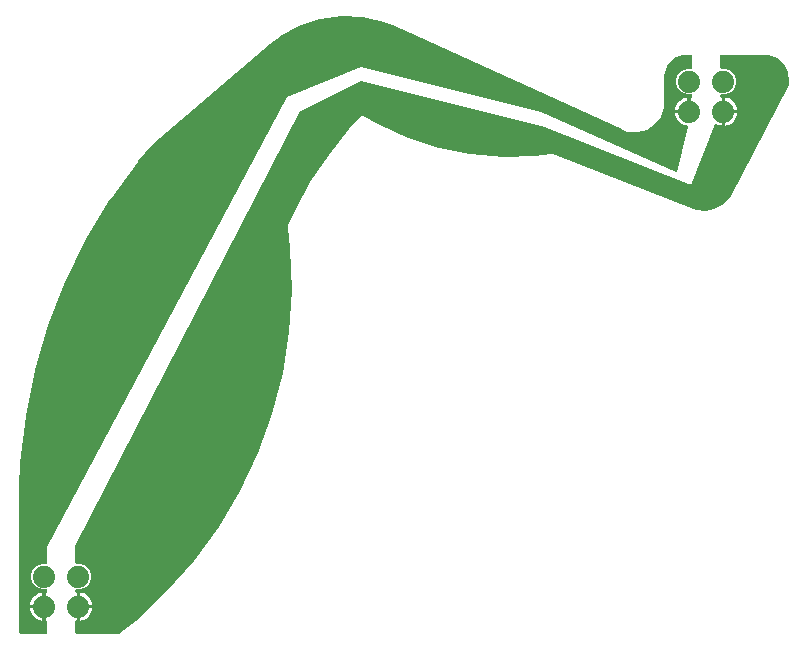
<source format=gbl>
G04 EAGLE Gerber X2 export*
G75*
%MOMM*%
%FSLAX34Y34*%
%LPD*%
%AMOC8*
5,1,8,0,0,1.08239X$1,22.5*%
G01*
%ADD10C,1.879600*%

G36*
X75086Y2549D02*
X75086Y2549D01*
X75137Y2547D01*
X75207Y2569D01*
X75279Y2580D01*
X75324Y2604D01*
X75373Y2619D01*
X75473Y2683D01*
X75496Y2696D01*
X75502Y2702D01*
X75514Y2709D01*
X88448Y13138D01*
X88454Y13144D01*
X88461Y13148D01*
X88471Y13159D01*
X88489Y13173D01*
X114388Y37298D01*
X114404Y37319D01*
X114439Y37350D01*
X137928Y63828D01*
X137941Y63850D01*
X137973Y63884D01*
X158838Y92475D01*
X158850Y92498D01*
X158878Y92536D01*
X176932Y122980D01*
X176941Y123004D01*
X176966Y123044D01*
X192043Y155067D01*
X192050Y155092D01*
X192071Y155134D01*
X204036Y188445D01*
X204041Y188470D01*
X204057Y188514D01*
X212802Y222812D01*
X212804Y222837D01*
X212817Y222883D01*
X218262Y257856D01*
X218261Y257882D01*
X218269Y257928D01*
X220365Y293261D01*
X220363Y293286D01*
X220366Y293333D01*
X219094Y328705D01*
X219090Y328725D01*
X219090Y328759D01*
X217232Y345998D01*
X217228Y346014D01*
X217228Y346031D01*
X217185Y346193D01*
X216961Y346767D01*
X217013Y346886D01*
X217046Y347017D01*
X217074Y347124D01*
X217074Y347125D01*
X217074Y347126D01*
X217071Y347292D01*
X217053Y347421D01*
X217451Y347939D01*
X217454Y347946D01*
X217460Y347951D01*
X217544Y348097D01*
X222979Y360484D01*
X236351Y384918D01*
X251801Y408094D01*
X269213Y429835D01*
X278584Y439644D01*
X278586Y439648D01*
X278684Y439775D01*
X279043Y440367D01*
X279129Y440388D01*
X279137Y440392D01*
X279146Y440392D01*
X279250Y440440D01*
X279355Y440485D01*
X279362Y440490D01*
X279370Y440494D01*
X279498Y440602D01*
X279560Y440666D01*
X280251Y440682D01*
X280256Y440683D01*
X280415Y440704D01*
X281087Y440868D01*
X281163Y440822D01*
X281171Y440819D01*
X281178Y440813D01*
X281285Y440773D01*
X281391Y440730D01*
X281400Y440730D01*
X281408Y440727D01*
X281575Y440712D01*
X281664Y440714D01*
X282133Y440266D01*
X282141Y440260D01*
X282148Y440253D01*
X282283Y440154D01*
X293907Y433563D01*
X293929Y433555D01*
X293966Y433533D01*
X318843Y422167D01*
X318871Y422159D01*
X318925Y422135D01*
X344953Y413733D01*
X344983Y413729D01*
X345039Y413711D01*
X371866Y408388D01*
X371896Y408387D01*
X371954Y408376D01*
X399218Y406203D01*
X399248Y406206D01*
X399307Y406202D01*
X426638Y407209D01*
X426662Y407214D01*
X426705Y407214D01*
X439901Y408861D01*
X439924Y408868D01*
X439949Y408868D01*
X440109Y408918D01*
X440645Y409150D01*
X440791Y409092D01*
X440848Y409080D01*
X440880Y409067D01*
X440931Y409061D01*
X441019Y409040D01*
X441026Y409041D01*
X441031Y409040D01*
X441050Y409042D01*
X441187Y409048D01*
X441342Y409072D01*
X441848Y408701D01*
X441860Y408695D01*
X441870Y408685D01*
X442019Y408607D01*
X558771Y362494D01*
X560043Y361991D01*
X560063Y361987D01*
X560095Y361973D01*
X563532Y360892D01*
X563540Y360891D01*
X563692Y360861D01*
X570852Y360218D01*
X570877Y360219D01*
X570902Y360215D01*
X571069Y360229D01*
X578118Y361636D01*
X578142Y361645D01*
X578167Y361648D01*
X578323Y361709D01*
X584687Y365051D01*
X584708Y365067D01*
X584731Y365076D01*
X584863Y365179D01*
X590023Y370184D01*
X590028Y370191D01*
X590127Y370310D01*
X592111Y373301D01*
X592122Y373325D01*
X592150Y373367D01*
X641394Y466803D01*
X641409Y466847D01*
X641432Y466888D01*
X641465Y467017D01*
X641472Y467036D01*
X641472Y467042D01*
X641474Y467050D01*
X641948Y470376D01*
X641947Y470395D01*
X641952Y470414D01*
X641949Y470581D01*
X641011Y477837D01*
X640996Y477888D01*
X640990Y477941D01*
X640949Y478046D01*
X640941Y478073D01*
X640934Y478082D01*
X640928Y478097D01*
X637495Y484558D01*
X637463Y484600D01*
X637439Y484648D01*
X637363Y484731D01*
X637346Y484754D01*
X637337Y484760D01*
X637326Y484772D01*
X631837Y489609D01*
X631792Y489637D01*
X631753Y489673D01*
X631652Y489725D01*
X631628Y489740D01*
X631618Y489742D01*
X631603Y489750D01*
X624762Y492344D01*
X624743Y492347D01*
X624727Y492356D01*
X624562Y492390D01*
X620905Y492729D01*
X620880Y492727D01*
X620837Y492732D01*
X620113Y492734D01*
X609602Y492759D01*
X609601Y492759D01*
X609600Y492759D01*
X584200Y492759D01*
X584180Y492756D01*
X584161Y492758D01*
X584059Y492736D01*
X583957Y492720D01*
X583940Y492710D01*
X583920Y492706D01*
X583831Y492653D01*
X583740Y492604D01*
X583726Y492590D01*
X583709Y492580D01*
X583642Y492501D01*
X583571Y492426D01*
X583562Y492408D01*
X583549Y492393D01*
X583510Y492297D01*
X583467Y492203D01*
X583465Y492183D01*
X583457Y492165D01*
X583439Y491998D01*
X583439Y481584D01*
X583442Y481564D01*
X583440Y481545D01*
X583462Y481443D01*
X583479Y481341D01*
X583488Y481324D01*
X583492Y481304D01*
X583545Y481215D01*
X583594Y481124D01*
X583608Y481110D01*
X583618Y481093D01*
X583697Y481026D01*
X583772Y480954D01*
X583790Y480946D01*
X583805Y480933D01*
X583901Y480894D01*
X583995Y480851D01*
X584015Y480849D01*
X584033Y480841D01*
X584200Y480823D01*
X588151Y480823D01*
X592165Y479160D01*
X595238Y476087D01*
X596901Y472073D01*
X596901Y467727D01*
X595238Y463713D01*
X592165Y460640D01*
X588151Y458977D01*
X584200Y458977D01*
X584180Y458974D01*
X584161Y458976D01*
X584059Y458954D01*
X583957Y458938D01*
X583940Y458928D01*
X583920Y458924D01*
X583831Y458871D01*
X583740Y458822D01*
X583726Y458808D01*
X583709Y458798D01*
X583642Y458719D01*
X583571Y458644D01*
X583562Y458626D01*
X583549Y458611D01*
X583510Y458515D01*
X583467Y458421D01*
X583465Y458401D01*
X583457Y458383D01*
X583439Y458216D01*
X583439Y457077D01*
X583452Y456998D01*
X583455Y456919D01*
X583471Y456878D01*
X583479Y456834D01*
X583516Y456764D01*
X583545Y456690D01*
X583573Y456656D01*
X583594Y456617D01*
X583651Y456562D01*
X583702Y456501D01*
X583740Y456478D01*
X583772Y456447D01*
X583844Y456414D01*
X583912Y456372D01*
X583955Y456362D01*
X583995Y456344D01*
X584074Y456335D01*
X584152Y456317D01*
X584210Y456320D01*
X584239Y456316D01*
X584267Y456322D01*
X584319Y456325D01*
X584455Y456346D01*
X584455Y445262D01*
X584458Y445242D01*
X584456Y445223D01*
X584478Y445121D01*
X584495Y445019D01*
X584504Y445002D01*
X584508Y444982D01*
X584561Y444893D01*
X584610Y444802D01*
X584624Y444788D01*
X584634Y444771D01*
X584713Y444704D01*
X584788Y444633D01*
X584806Y444624D01*
X584821Y444611D01*
X584917Y444573D01*
X585011Y444529D01*
X585031Y444527D01*
X585049Y444519D01*
X585216Y444501D01*
X585979Y444501D01*
X585979Y444499D01*
X585216Y444499D01*
X585196Y444496D01*
X585177Y444498D01*
X585075Y444476D01*
X584973Y444459D01*
X584956Y444450D01*
X584936Y444446D01*
X584847Y444393D01*
X584756Y444344D01*
X584742Y444330D01*
X584725Y444320D01*
X584658Y444241D01*
X584587Y444166D01*
X584578Y444148D01*
X584565Y444133D01*
X584526Y444037D01*
X584483Y443943D01*
X584481Y443923D01*
X584473Y443905D01*
X584455Y443738D01*
X584455Y432654D01*
X583182Y432855D01*
X581395Y433436D01*
X580110Y434090D01*
X580059Y434107D01*
X580011Y434133D01*
X579966Y434140D01*
X579939Y434151D01*
X579911Y434154D01*
X579876Y434165D01*
X579822Y434164D01*
X579768Y434173D01*
X579700Y434163D01*
X579630Y434161D01*
X579579Y434143D01*
X579525Y434135D01*
X579464Y434102D01*
X579398Y434079D01*
X579356Y434046D01*
X579307Y434021D01*
X579259Y433970D01*
X579205Y433928D01*
X579175Y433882D01*
X579137Y433843D01*
X579086Y433747D01*
X579070Y433722D01*
X579067Y433711D01*
X579058Y433695D01*
X558376Y381990D01*
X432083Y432507D01*
X432051Y432514D01*
X431985Y432539D01*
X279585Y470639D01*
X279523Y470644D01*
X279462Y470659D01*
X279401Y470654D01*
X279340Y470659D01*
X279279Y470644D01*
X279217Y470639D01*
X279133Y470608D01*
X279101Y470600D01*
X279086Y470591D01*
X279060Y470581D01*
X228260Y445181D01*
X228233Y445162D01*
X228203Y445150D01*
X228134Y445090D01*
X228060Y445037D01*
X228041Y445011D01*
X228017Y444989D01*
X227924Y444850D01*
X37424Y76550D01*
X37394Y76457D01*
X37357Y76367D01*
X37354Y76334D01*
X37348Y76316D01*
X37348Y76283D01*
X37339Y76200D01*
X37339Y62484D01*
X37342Y62464D01*
X37340Y62445D01*
X37362Y62343D01*
X37379Y62241D01*
X37388Y62224D01*
X37392Y62204D01*
X37445Y62115D01*
X37494Y62024D01*
X37508Y62010D01*
X37518Y61993D01*
X37597Y61926D01*
X37672Y61854D01*
X37690Y61846D01*
X37705Y61833D01*
X37801Y61794D01*
X37895Y61751D01*
X37915Y61749D01*
X37933Y61741D01*
X38100Y61723D01*
X42051Y61723D01*
X46065Y60060D01*
X49138Y56987D01*
X50801Y52973D01*
X50801Y48627D01*
X49138Y44613D01*
X46065Y41540D01*
X42051Y39877D01*
X38100Y39877D01*
X38080Y39874D01*
X38061Y39876D01*
X37959Y39854D01*
X37857Y39838D01*
X37840Y39828D01*
X37820Y39824D01*
X37731Y39771D01*
X37640Y39722D01*
X37626Y39708D01*
X37609Y39698D01*
X37542Y39619D01*
X37471Y39544D01*
X37462Y39526D01*
X37449Y39511D01*
X37410Y39415D01*
X37367Y39321D01*
X37365Y39301D01*
X37357Y39283D01*
X37339Y39116D01*
X37339Y37977D01*
X37352Y37898D01*
X37355Y37819D01*
X37371Y37778D01*
X37379Y37734D01*
X37416Y37664D01*
X37445Y37590D01*
X37473Y37556D01*
X37494Y37517D01*
X37551Y37462D01*
X37602Y37401D01*
X37640Y37378D01*
X37672Y37347D01*
X37744Y37314D01*
X37812Y37272D01*
X37855Y37262D01*
X37895Y37244D01*
X37974Y37235D01*
X38052Y37217D01*
X38110Y37220D01*
X38139Y37216D01*
X38167Y37222D01*
X38219Y37225D01*
X38355Y37246D01*
X38355Y26162D01*
X38358Y26142D01*
X38356Y26123D01*
X38378Y26021D01*
X38395Y25919D01*
X38404Y25902D01*
X38408Y25882D01*
X38461Y25793D01*
X38510Y25702D01*
X38524Y25688D01*
X38534Y25671D01*
X38613Y25604D01*
X38688Y25533D01*
X38706Y25524D01*
X38721Y25511D01*
X38817Y25473D01*
X38911Y25429D01*
X38931Y25427D01*
X38949Y25419D01*
X39116Y25401D01*
X39879Y25401D01*
X39879Y25399D01*
X39116Y25399D01*
X39096Y25396D01*
X39077Y25398D01*
X38975Y25376D01*
X38873Y25359D01*
X38856Y25350D01*
X38836Y25346D01*
X38747Y25293D01*
X38656Y25244D01*
X38642Y25230D01*
X38625Y25220D01*
X38558Y25141D01*
X38487Y25066D01*
X38478Y25048D01*
X38465Y25033D01*
X38426Y24937D01*
X38383Y24843D01*
X38381Y24823D01*
X38373Y24805D01*
X38355Y24638D01*
X38355Y13554D01*
X38219Y13575D01*
X38140Y13575D01*
X38061Y13584D01*
X38017Y13574D01*
X37973Y13574D01*
X37898Y13548D01*
X37820Y13531D01*
X37782Y13509D01*
X37740Y13494D01*
X37677Y13446D01*
X37609Y13405D01*
X37580Y13371D01*
X37545Y13345D01*
X37501Y13279D01*
X37449Y13218D01*
X37433Y13177D01*
X37408Y13141D01*
X37387Y13064D01*
X37357Y12990D01*
X37351Y12932D01*
X37343Y12903D01*
X37345Y12876D01*
X37339Y12823D01*
X37339Y3302D01*
X37342Y3282D01*
X37340Y3263D01*
X37362Y3161D01*
X37379Y3059D01*
X37388Y3042D01*
X37392Y3022D01*
X37445Y2933D01*
X37494Y2842D01*
X37508Y2828D01*
X37518Y2811D01*
X37597Y2744D01*
X37672Y2672D01*
X37690Y2664D01*
X37705Y2651D01*
X37801Y2612D01*
X37895Y2569D01*
X37915Y2567D01*
X37933Y2559D01*
X38100Y2541D01*
X75036Y2541D01*
X75086Y2549D01*
G37*
G36*
X12720Y2544D02*
X12720Y2544D01*
X12739Y2542D01*
X12841Y2564D01*
X12943Y2580D01*
X12960Y2590D01*
X12980Y2594D01*
X13069Y2647D01*
X13160Y2696D01*
X13174Y2710D01*
X13191Y2720D01*
X13258Y2799D01*
X13330Y2874D01*
X13338Y2892D01*
X13351Y2907D01*
X13390Y3003D01*
X13433Y3097D01*
X13435Y3117D01*
X13443Y3135D01*
X13461Y3302D01*
X13461Y12823D01*
X13448Y12902D01*
X13445Y12981D01*
X13429Y13022D01*
X13422Y13066D01*
X13384Y13136D01*
X13355Y13210D01*
X13327Y13244D01*
X13306Y13283D01*
X13249Y13338D01*
X13198Y13399D01*
X13160Y13422D01*
X13128Y13453D01*
X13056Y13486D01*
X12988Y13528D01*
X12945Y13538D01*
X12905Y13556D01*
X12826Y13565D01*
X12748Y13583D01*
X12690Y13580D01*
X12661Y13584D01*
X12633Y13578D01*
X12581Y13575D01*
X12445Y13554D01*
X12445Y24638D01*
X12443Y24649D01*
X12444Y24656D01*
X12443Y24664D01*
X12444Y24677D01*
X12422Y24779D01*
X12405Y24881D01*
X12396Y24898D01*
X12392Y24918D01*
X12339Y25007D01*
X12290Y25098D01*
X12276Y25112D01*
X12266Y25129D01*
X12187Y25196D01*
X12112Y25267D01*
X12094Y25276D01*
X12079Y25289D01*
X11983Y25327D01*
X11889Y25371D01*
X11869Y25373D01*
X11851Y25381D01*
X11684Y25399D01*
X10921Y25399D01*
X10921Y25401D01*
X11684Y25401D01*
X11704Y25404D01*
X11723Y25402D01*
X11825Y25424D01*
X11927Y25441D01*
X11944Y25450D01*
X11964Y25454D01*
X12053Y25507D01*
X12144Y25556D01*
X12158Y25570D01*
X12175Y25580D01*
X12242Y25659D01*
X12313Y25734D01*
X12322Y25752D01*
X12335Y25767D01*
X12374Y25863D01*
X12417Y25957D01*
X12419Y25977D01*
X12427Y25995D01*
X12445Y26162D01*
X12445Y37246D01*
X12581Y37225D01*
X12660Y37225D01*
X12739Y37216D01*
X12783Y37226D01*
X12827Y37226D01*
X12902Y37252D01*
X12980Y37269D01*
X13018Y37291D01*
X13060Y37306D01*
X13123Y37354D01*
X13191Y37395D01*
X13220Y37428D01*
X13255Y37455D01*
X13299Y37521D01*
X13351Y37582D01*
X13367Y37623D01*
X13392Y37659D01*
X13413Y37736D01*
X13443Y37810D01*
X13449Y37868D01*
X13457Y37897D01*
X13455Y37924D01*
X13461Y37977D01*
X13461Y39116D01*
X13458Y39136D01*
X13460Y39155D01*
X13438Y39257D01*
X13422Y39359D01*
X13412Y39376D01*
X13408Y39396D01*
X13355Y39485D01*
X13306Y39576D01*
X13292Y39590D01*
X13282Y39607D01*
X13203Y39674D01*
X13128Y39746D01*
X13110Y39754D01*
X13095Y39767D01*
X12999Y39806D01*
X12905Y39849D01*
X12885Y39851D01*
X12867Y39859D01*
X12700Y39877D01*
X8749Y39877D01*
X4735Y41540D01*
X1662Y44613D01*
X-1Y48627D01*
X-1Y52973D01*
X1662Y56987D01*
X4735Y60060D01*
X8749Y61723D01*
X12700Y61723D01*
X12720Y61726D01*
X12739Y61724D01*
X12841Y61746D01*
X12943Y61762D01*
X12960Y61772D01*
X12980Y61776D01*
X13069Y61829D01*
X13160Y61878D01*
X13174Y61892D01*
X13191Y61902D01*
X13258Y61981D01*
X13330Y62056D01*
X13338Y62074D01*
X13351Y62089D01*
X13390Y62185D01*
X13433Y62279D01*
X13435Y62299D01*
X13443Y62317D01*
X13461Y62484D01*
X13461Y76010D01*
X216441Y456596D01*
X279454Y481802D01*
X431551Y443777D01*
X545791Y393004D01*
X545874Y392983D01*
X545954Y392953D01*
X545992Y392952D01*
X546029Y392942D01*
X546114Y392948D01*
X546200Y392945D01*
X546236Y392956D01*
X546274Y392959D01*
X546353Y392992D01*
X546435Y393017D01*
X546466Y393039D01*
X546501Y393053D01*
X546566Y393110D01*
X546636Y393159D01*
X546658Y393190D01*
X546687Y393215D01*
X546730Y393289D01*
X546780Y393358D01*
X546797Y393404D01*
X546811Y393427D01*
X546817Y393457D01*
X546839Y393515D01*
X556379Y431676D01*
X556383Y431729D01*
X556397Y431781D01*
X556393Y431851D01*
X556399Y431921D01*
X556386Y431973D01*
X556383Y432026D01*
X556357Y432091D01*
X556340Y432160D01*
X556311Y432205D01*
X556292Y432254D01*
X556246Y432308D01*
X556208Y432367D01*
X556167Y432401D01*
X556132Y432442D01*
X556072Y432478D01*
X556017Y432522D01*
X555967Y432541D01*
X555921Y432568D01*
X555813Y432598D01*
X555786Y432608D01*
X555775Y432608D01*
X555759Y432612D01*
X554226Y432855D01*
X552439Y433436D01*
X550765Y434289D01*
X549244Y435394D01*
X547916Y436722D01*
X546811Y438243D01*
X545958Y439917D01*
X545377Y441704D01*
X545176Y442977D01*
X556260Y442977D01*
X556280Y442980D01*
X556299Y442978D01*
X556401Y443000D01*
X556503Y443017D01*
X556520Y443026D01*
X556540Y443030D01*
X556629Y443083D01*
X556720Y443132D01*
X556734Y443146D01*
X556751Y443156D01*
X556818Y443235D01*
X556889Y443310D01*
X556898Y443328D01*
X556911Y443343D01*
X556949Y443439D01*
X556993Y443533D01*
X556995Y443553D01*
X557003Y443571D01*
X557021Y443738D01*
X557021Y444501D01*
X557784Y444501D01*
X557804Y444504D01*
X557823Y444502D01*
X557925Y444524D01*
X558027Y444541D01*
X558044Y444550D01*
X558064Y444554D01*
X558153Y444607D01*
X558244Y444656D01*
X558258Y444670D01*
X558275Y444680D01*
X558342Y444759D01*
X558413Y444834D01*
X558422Y444852D01*
X558435Y444867D01*
X558474Y444963D01*
X558517Y445057D01*
X558519Y445077D01*
X558527Y445095D01*
X558545Y445262D01*
X558545Y456346D01*
X558681Y456325D01*
X558760Y456325D01*
X558839Y456316D01*
X558883Y456326D01*
X558927Y456326D01*
X559002Y456352D01*
X559080Y456369D01*
X559118Y456391D01*
X559160Y456406D01*
X559223Y456454D01*
X559291Y456495D01*
X559320Y456528D01*
X559355Y456555D01*
X559399Y456621D01*
X559451Y456682D01*
X559467Y456723D01*
X559492Y456759D01*
X559513Y456836D01*
X559543Y456910D01*
X559549Y456968D01*
X559557Y456997D01*
X559555Y457024D01*
X559561Y457077D01*
X559561Y458216D01*
X559558Y458236D01*
X559560Y458255D01*
X559538Y458357D01*
X559522Y458459D01*
X559512Y458476D01*
X559508Y458496D01*
X559455Y458585D01*
X559406Y458676D01*
X559392Y458690D01*
X559382Y458707D01*
X559303Y458774D01*
X559228Y458846D01*
X559210Y458854D01*
X559195Y458867D01*
X559099Y458906D01*
X559005Y458949D01*
X558985Y458951D01*
X558967Y458959D01*
X558800Y458977D01*
X554849Y458977D01*
X550835Y460640D01*
X547762Y463713D01*
X546099Y467727D01*
X546099Y472073D01*
X547762Y476087D01*
X550835Y479160D01*
X554849Y480823D01*
X558800Y480823D01*
X558820Y480826D01*
X558839Y480824D01*
X558941Y480846D01*
X559043Y480862D01*
X559060Y480872D01*
X559080Y480876D01*
X559169Y480929D01*
X559260Y480978D01*
X559274Y480992D01*
X559291Y481002D01*
X559358Y481081D01*
X559430Y481156D01*
X559438Y481174D01*
X559451Y481189D01*
X559490Y481285D01*
X559533Y481379D01*
X559535Y481399D01*
X559543Y481417D01*
X559561Y481584D01*
X559561Y491998D01*
X559558Y492018D01*
X559560Y492037D01*
X559538Y492139D01*
X559522Y492241D01*
X559512Y492258D01*
X559508Y492278D01*
X559455Y492367D01*
X559406Y492458D01*
X559392Y492472D01*
X559382Y492489D01*
X559303Y492556D01*
X559228Y492628D01*
X559210Y492636D01*
X559195Y492649D01*
X559099Y492688D01*
X559005Y492731D01*
X558985Y492733D01*
X558967Y492741D01*
X558800Y492759D01*
X554331Y492759D01*
X554309Y492756D01*
X554271Y492757D01*
X551514Y492540D01*
X551508Y492539D01*
X551502Y492539D01*
X551338Y492505D01*
X546092Y490801D01*
X546061Y490784D01*
X546026Y490775D01*
X545880Y490692D01*
X541418Y487450D01*
X541393Y487425D01*
X541363Y487406D01*
X541250Y487282D01*
X538008Y482820D01*
X537991Y482788D01*
X537969Y482760D01*
X537899Y482608D01*
X536195Y477362D01*
X536194Y477356D01*
X536192Y477351D01*
X536160Y477186D01*
X535943Y474429D01*
X535945Y474407D01*
X535941Y474369D01*
X535941Y447969D01*
X533336Y440209D01*
X528397Y433682D01*
X521638Y429065D01*
X513760Y426839D01*
X505585Y427236D01*
X502949Y428265D01*
X502880Y428280D01*
X502813Y428304D01*
X502760Y428305D01*
X502708Y428316D01*
X502670Y428312D01*
X501726Y428741D01*
X501711Y428746D01*
X501688Y428758D01*
X500728Y429132D01*
X500687Y429165D01*
X500639Y429216D01*
X500575Y429254D01*
X500550Y429274D01*
X500529Y429282D01*
X500495Y429302D01*
X307658Y517056D01*
X307645Y517060D01*
X307625Y517071D01*
X299056Y520491D01*
X299024Y520498D01*
X298953Y520524D01*
X281040Y524871D01*
X281013Y524874D01*
X280898Y524892D01*
X262487Y525797D01*
X262459Y525794D01*
X262343Y525790D01*
X244090Y523220D01*
X244064Y523212D01*
X243950Y523187D01*
X226505Y517233D01*
X226480Y517220D01*
X226374Y517174D01*
X210357Y508050D01*
X210332Y508029D01*
X210268Y507990D01*
X202976Y502336D01*
X202967Y502326D01*
X202948Y502313D01*
X201908Y501425D01*
X103452Y417341D01*
X103431Y417316D01*
X103365Y417253D01*
X90697Y402220D01*
X90687Y402204D01*
X90666Y402181D01*
X67114Y370202D01*
X67103Y370180D01*
X67077Y370147D01*
X46403Y336237D01*
X46394Y336215D01*
X46371Y336179D01*
X28730Y300596D01*
X28723Y300573D01*
X28703Y300536D01*
X14231Y263551D01*
X14226Y263528D01*
X14209Y263488D01*
X3016Y225383D01*
X3013Y225359D01*
X3000Y225319D01*
X-4830Y186383D01*
X-4831Y186359D01*
X-4841Y186317D01*
X-9247Y146847D01*
X-9246Y146828D01*
X-9251Y146797D01*
X-10158Y126976D01*
X-10157Y126963D01*
X-10159Y126942D01*
X-10159Y3302D01*
X-10156Y3282D01*
X-10158Y3263D01*
X-10136Y3161D01*
X-10120Y3059D01*
X-10110Y3042D01*
X-10106Y3022D01*
X-10053Y2933D01*
X-10004Y2842D01*
X-9990Y2828D01*
X-9980Y2811D01*
X-9901Y2744D01*
X-9826Y2672D01*
X-9808Y2664D01*
X-9793Y2651D01*
X-9697Y2612D01*
X-9603Y2569D01*
X-9583Y2567D01*
X-9565Y2559D01*
X-9398Y2541D01*
X12700Y2541D01*
X12720Y2544D01*
G37*
%LPC*%
G36*
X587501Y446023D02*
X587501Y446023D01*
X587501Y456346D01*
X588774Y456145D01*
X590561Y455564D01*
X592235Y454711D01*
X593756Y453606D01*
X595084Y452278D01*
X596189Y450757D01*
X597042Y449083D01*
X597623Y447296D01*
X597824Y446023D01*
X587501Y446023D01*
G37*
%LPD*%
%LPC*%
G36*
X41401Y26923D02*
X41401Y26923D01*
X41401Y37246D01*
X42674Y37045D01*
X44461Y36464D01*
X46135Y35611D01*
X47656Y34506D01*
X48984Y33178D01*
X50089Y31657D01*
X50942Y29983D01*
X51523Y28196D01*
X51724Y26923D01*
X41401Y26923D01*
G37*
%LPD*%
%LPC*%
G36*
X545176Y446023D02*
X545176Y446023D01*
X545377Y447296D01*
X545958Y449083D01*
X546811Y450757D01*
X547916Y452278D01*
X549244Y453606D01*
X550765Y454711D01*
X552439Y455564D01*
X554226Y456145D01*
X555499Y456346D01*
X555499Y446023D01*
X545176Y446023D01*
G37*
%LPD*%
%LPC*%
G36*
X587501Y442977D02*
X587501Y442977D01*
X597824Y442977D01*
X597623Y441704D01*
X597042Y439917D01*
X596189Y438243D01*
X595084Y436722D01*
X593756Y435394D01*
X592235Y434289D01*
X590561Y433436D01*
X588774Y432855D01*
X587501Y432654D01*
X587501Y442977D01*
G37*
%LPD*%
%LPC*%
G36*
X41401Y23877D02*
X41401Y23877D01*
X51724Y23877D01*
X51523Y22604D01*
X50942Y20817D01*
X50089Y19143D01*
X48984Y17622D01*
X47656Y16294D01*
X46135Y15189D01*
X44461Y14336D01*
X42674Y13755D01*
X41401Y13554D01*
X41401Y23877D01*
G37*
%LPD*%
%LPC*%
G36*
X-924Y26923D02*
X-924Y26923D01*
X-723Y28196D01*
X-142Y29983D01*
X711Y31657D01*
X1816Y33178D01*
X3144Y34506D01*
X4665Y35611D01*
X6339Y36464D01*
X8126Y37045D01*
X9399Y37246D01*
X9399Y26923D01*
X-924Y26923D01*
G37*
%LPD*%
%LPC*%
G36*
X8126Y13755D02*
X8126Y13755D01*
X6339Y14336D01*
X4665Y15189D01*
X3144Y16294D01*
X1816Y17622D01*
X711Y19143D01*
X-142Y20817D01*
X-723Y22604D01*
X-924Y23877D01*
X9399Y23877D01*
X9399Y13554D01*
X8126Y13755D01*
G37*
%LPD*%
D10*
X10922Y50800D03*
X39878Y50800D03*
X557022Y444500D03*
X585978Y444500D03*
X557022Y469900D03*
X585978Y469900D03*
X10922Y25400D03*
X39878Y25400D03*
M02*

</source>
